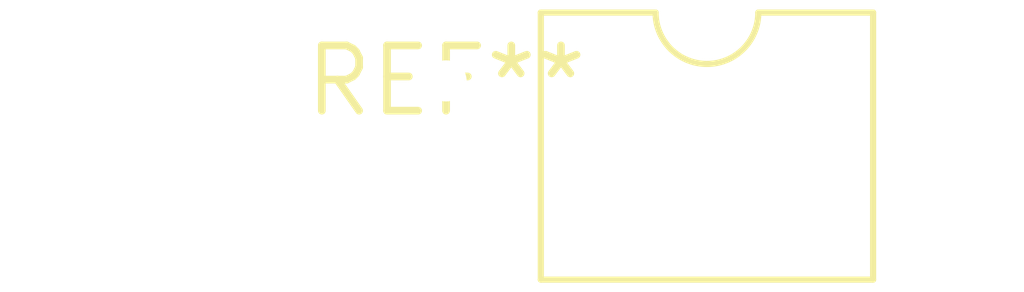
<source format=kicad_pcb>
(kicad_pcb (version 20240108) (generator pcbnew)
  (layers (0 "F.Cu" signal) (31 "B.Cu" signal) (34 "B.Paste" user) (35 "F.Paste" user) (36 "B.SilkS" user "B.Silkscreen") (37 "F.SilkS" user "F.Silkscreen") (38 "B.Mask" user) (39 "F.Mask" user) (44 "Edge.Cuts" user))
  (net 0 "")
  (footprint "DIP-4_W10.16mm" (layer "F.Cu") (at 0 0)
    (property "Reference" "REF**")
    (property "Value" "DIP-4_W10.16mm")
    (fp_line (start 1.845 -1.33) (end 1.845 3.87) (layer "F.SilkS") (stroke (width 0.12)))
    (fp_line (start 1.845 3.87) (end 8.315 3.87) (layer "F.SilkS") (stroke (width 0.12)))
    (fp_line (start 4.08 -1.33) (end 1.845 -1.33) (layer "F.SilkS") (stroke (width 0.12)))
    (fp_line (start 8.315 -1.33) (end 6.08 -1.33) (layer "F.SilkS") (stroke (width 0.12)))
    (fp_line (start 8.315 3.87) (end 8.315 -1.33) (layer "F.SilkS") (stroke (width 0.12)))
    (fp_arc (start 6.08 -1.33) (mid 5.08 -0.33) (end 4.08 -1.33) (layer "F.SilkS") (stroke (width 0.12)))
    (pad "1" thru_hole rect (at 0 0) (size 1.6 1.6) (drill 0.8) (layers *.Cu *.Mask) (remove_unused_layers))
    (pad "2" thru_hole oval (at 0 2.54) (size 1.6 1.6) (drill 0.8) (layers *.Cu *.Mask) (remove_unused_layers))
    (pad "3" thru_hole oval (at 10.16 2.54) (size 1.6 1.6) (drill 0.8) (layers *.Cu *.Mask) (remove_unused_layers))
    (pad "4" thru_hole oval (at 10.16 0) (size 1.6 1.6) (drill 0.8) (layers *.Cu *.Mask) (remove_unused_layers))
  )
)
</source>
